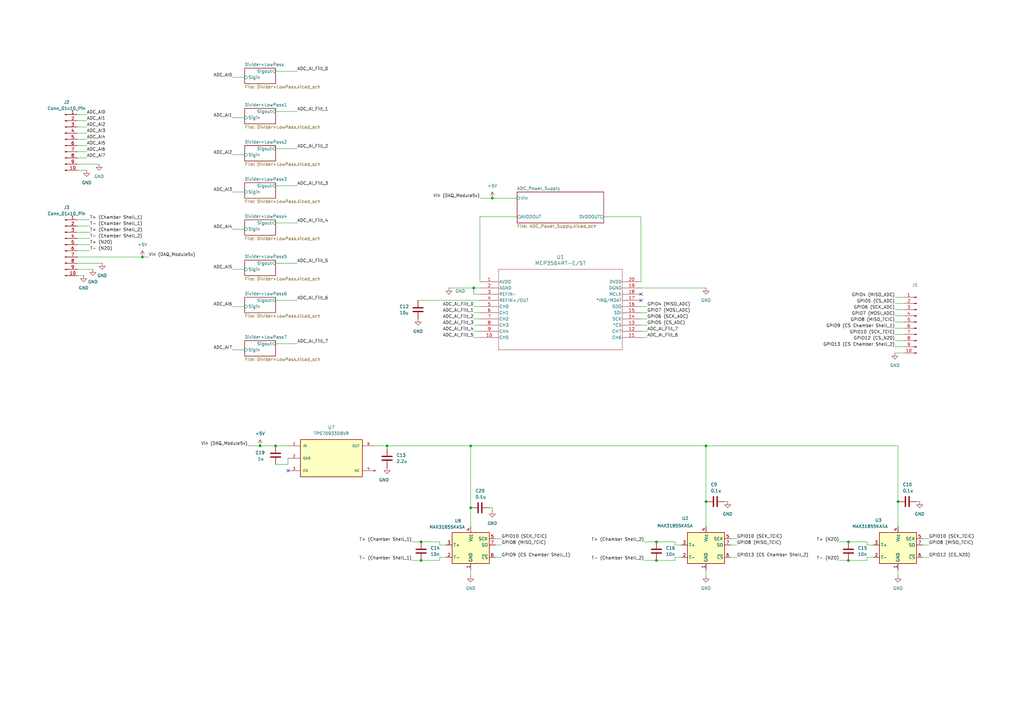
<source format=kicad_sch>
(kicad_sch (version 20250114) (generator "eeschema") (generator_version "9.0")
  (paper "A3")
  (lib_symbols
    (symbol "Connector:Conn_01x10_Pin" (pin_names (offset 1.016) (hide yes))
      (property "Reference" "J" (at 0 12.7 0))
      (property "Value" "Conn_01x10_Pin" (at 0 -15.24 0))
      (symbol "Conn_01x10_Pin_1_1"
        (rectangle (start 0.8636 10.287) (end 0 10.033) (stroke (width 0.1524)) (fill (type outline)))
        (rectangle (start 0.8636 7.747) (end 0 7.493) (stroke (width 0.1524)) (fill (type outline)))
        (rectangle (start 0.8636 5.207) (end 0 4.953) (stroke (width 0.1524)) (fill (type outline)))
        (rectangle (start 0.8636 2.667) (end 0 2.413) (stroke (width 0.1524)) (fill (type outline)))
        (rectangle (start 0.8636 0.127) (end 0 -0.127) (stroke (width 0.1524)) (fill (type outline)))
        (rectangle (start 0.8636 -2.413) (end 0 -2.667) (stroke (width 0.1524)) (fill (type outline)))
        (rectangle (start 0.8636 -4.953) (end 0 -5.207) (stroke (width 0.1524)) (fill (type outline)))
        (rectangle (start 0.8636 -7.493) (end 0 -7.747) (stroke (width 0.1524)) (fill (type outline)))
        (rectangle (start 0.8636 -10.033) (end 0 -10.287) (stroke (width 0.1524)) (fill (type outline)))
        (rectangle (start 0.8636 -12.573) (end 0 -12.827) (stroke (width 0.1524)) (fill (type outline)))
        (polyline (pts (xy 1.27 10.16) (xy 0.8636 10.16)) (stroke (width 0.1524)))
        (polyline (pts (xy 1.27 7.62) (xy 0.8636 7.62)) (stroke (width 0.1524)))
        (polyline (pts (xy 1.27 5.08) (xy 0.8636 5.08)) (stroke (width 0.1524)))
        (polyline (pts (xy 1.27 2.54) (xy 0.8636 2.54)) (stroke (width 0.1524)))
        (polyline (pts (xy 1.27 0) (xy 0.8636 0)) (stroke (width 0.1524)))
        (polyline (pts (xy 1.27 -2.54) (xy 0.8636 -2.54)) (stroke (width 0.1524)))
        (polyline (pts (xy 1.27 -5.08) (xy 0.8636 -5.08)) (stroke (width 0.1524)))
        (polyline (pts (xy 1.27 -7.62) (xy 0.8636 -7.62)) (stroke (width 0.1524)))
        (polyline (pts (xy 1.27 -10.16) (xy 0.8636 -10.16)) (stroke (width 0.1524)))
        (polyline (pts (xy 1.27 -12.7) (xy 0.8636 -12.7)) (stroke (width 0.1524)))
        (pin passive line (at 5.08 10.16 180) (length 3.81) (name "Pin_1") (number "1"))
        (pin passive line (at 5.08 7.62 180) (length 3.81) (name "Pin_2") (number "2"))
        (pin passive line (at 5.08 5.08 180) (length 3.81) (name "Pin_3") (number "3"))
        (pin passive line (at 5.08 2.54 180) (length 3.81) (name "Pin_4") (number "4"))
        (pin passive line (at 5.08 0 180) (length 3.81) (name "Pin_5") (number "5"))
        (pin passive line (at 5.08 -2.54 180) (length 3.81) (name "Pin_6") (number "6"))
        (pin passive line (at 5.08 -5.08 180) (length 3.81) (name "Pin_7") (number "7"))
        (pin passive line (at 5.08 -7.62 180) (length 3.81) (name "Pin_8") (number "8"))
        (pin passive line (at 5.08 -10.16 180) (length 3.81) (name "Pin_9") (number "9"))
        (pin passive line (at 5.08 -12.7 180) (length 3.81) (name "Pin_10") (number "10"))
      )
    )
    (symbol "Device:C" (pin_numbers (hide yes)) (pin_names (offset 0.254))
      (property "Reference" "C" (at 0.635 2.54 0))
      (property "Value" "C" (at 0.635 -2.54 0))
      (symbol "C_0_1"
        (polyline (pts (xy -2.032 0.762) (xy 2.032 0.762)) (stroke (width 0.508)))
        (polyline (pts (xy -2.032 -0.762) (xy 2.032 -0.762)) (stroke (width 0.508)))
      )
      (symbol "C_1_1"
        (pin passive line (at 0 3.81 270) (length 2.794) (name "~") (number "1"))
        (pin passive line (at 0 -3.81 90) (length 2.794) (name "~") (number "2"))
      )
    )
    (symbol "MCP3564RT-E/ST:MCP3564RT-E_ST" (pin_names (offset 0.254))
      (property "Reference" "U" (at 33.02 10.16 0))
      (property "Value" "MCP3564RT-E/ST" (at 33.02 7.62 0))
      (symbol "MCP3564RT-E_ST_0_1"
        (polyline (pts (xy 7.62 5.08) (xy 7.62 -27.94)) (stroke (width 0.127)))
        (polyline (pts (xy 7.62 -27.94) (xy 58.42 -27.94)) (stroke (width 0.127)))
        (polyline (pts (xy 58.42 5.08) (xy 7.62 5.08)) (stroke (width 0.127)))
        (polyline (pts (xy 58.42 -27.94) (xy 58.42 5.08)) (stroke (width 0.127)))
        (pin power_in line (at 0 0 0) (length 7.62) (name "AVDD") (number "1"))
        (pin power_out line (at 0 -2.54 0) (length 7.62) (name "AGND") (number "2"))
        (pin input line (at 0 -5.08 0) (length 7.62) (name "REFIN-") (number "3"))
        (pin bidirectional line (at 0 -7.62 0) (length 7.62) (name "REFIN+/OUT") (number "4"))
        (pin input line (at 0 -10.16 0) (length 7.62) (name "CH0") (number "5"))
        (pin input line (at 0 -12.7 0) (length 7.62) (name "CH1") (number "6"))
        (pin input line (at 0 -15.24 0) (length 7.62) (name "CH2") (number "7"))
        (pin input line (at 0 -17.78 0) (length 7.62) (name "CH3") (number "8"))
        (pin input line (at 0 -20.32 0) (length 7.62) (name "CH4") (number "9"))
        (pin input line (at 0 -22.86 0) (length 7.62) (name "CH5") (number "10"))
        (pin power_in line (at 66.04 0 180) (length 7.62) (name "DVDD") (number "20"))
        (pin power_out line (at 66.04 -2.54 180) (length 7.62) (name "DGND") (number "19"))
        (pin bidirectional line (at 66.04 -5.08 180) (length 7.62) (name "MCLK") (number "18"))
        (pin output line (at 66.04 -7.62 180) (length 7.62) (name "*IRQ/MDAT") (number "17"))
        (pin output line (at 66.04 -10.16 180) (length 7.62) (name "SDO") (number "16"))
        (pin input line (at 66.04 -12.7 180) (length 7.62) (name "SDI") (number "15"))
        (pin input line (at 66.04 -15.24 180) (length 7.62) (name "SCK") (number "14"))
        (pin input line (at 66.04 -17.78 180) (length 7.62) (name "*CS") (number "13"))
        (pin input line (at 66.04 -20.32 180) (length 7.62) (name "CH7") (number "12"))
        (pin input line (at 66.04 -22.86 180) (length 7.62) (name "CH6") (number "11"))
      )
    )
    (symbol "Sensor_Temperature:MAX31855KASA"
      (property "Reference" "U" (at -7.62 8.89 0))
      (property "Value" "MAX31855KASA" (at 1.27 8.89 0))
      (symbol "MAX31855KASA_0_1"
        (rectangle (start -7.62 7.62) (end 7.62 -5.08) (stroke (width 0.254)) (fill (type background)))
      )
      (symbol "MAX31855KASA_1_1"
        (pin passive line (at -10.16 2.54 0) (length 2.54) (name "T+") (number "3"))
        (pin passive line (at -10.16 -2.54 0) (length 2.54) (name "T-") (number "2"))
        (pin no_connect line (at -7.62 5.08 0) (length 2.54) (hide yes) (name "NC") (number "8"))
        (pin power_in line (at 0 10.16 270) (length 2.54) (name "V_{CC}") (number "4"))
        (pin power_in line (at 0 -7.62 90) (length 2.54) (name "GND") (number "1"))
        (pin input line (at 10.16 5.08 180) (length 2.54) (name "SCK") (number "5"))
        (pin tri_state line (at 10.16 2.54 180) (length 2.54) (name "SO") (number "7"))
        (pin input line (at 10.16 -2.54 180) (length 2.54) (name "~{CS}") (number "6"))
      )
    )
    (symbol "TPS70933DBVR_1" (pin_names (offset 1.016))
      (property "Reference" "U" (at -12.7 8.382 0))
      (property "Value" "TPS70933DBVR" (at -12.7 -10.16 0))
      (symbol "TPS70933DBVR_1_0_0"
        (rectangle (start -12.7 -7.62) (end 12.7 7.62) (stroke (width 0.254)) (fill (type background)))
        (pin input line (at -17.78 5.08 0) (length 5.08) (name "IN") (number "1"))
        (pin power_in line (at -17.78 0 0) (length 5.08) (name "GND") (number "2"))
        (pin input line (at -17.78 -5.08 0) (length 5.08) (name "EN") (number "3"))
        (pin output line (at 17.78 5.08 180) (length 5.08) (name "OUT") (number "5"))
        (pin no_connect line (at 17.78 -5.08 180) (length 5.08) (name "NC") (number "4"))
      )
    )
    (symbol "power:+5V" (power) (pin_numbers (hide yes)) (pin_names (offset 0) (hide yes))
      (property "Value" "+5V" (at 0 3.556 0))
      (symbol "+5V_0_1"
        (polyline (pts (xy -0.762 1.27) (xy 0 2.54)))
        (polyline (pts (xy 0 2.54) (xy 0.762 1.27)))
        (polyline (pts (xy 0 0) (xy 0 2.54)))
      )
      (symbol "+5V_1_1"
        (pin power_in line (at 0 0 90) (length 0) (name "~") (number "1"))
      )
    )
    (symbol "power:GND" (power) (pin_numbers (hide yes)) (pin_names (offset 0) (hide yes))
      (property "Value" "GND" (at 0 -3.81 0))
      (symbol "GND_0_1"
        (polyline (pts (xy 0 0) (xy 0 -1.27) (xy 1.27 -1.27) (xy 0 -2.54) (xy -1.27 -1.27) (xy 0 -1.27)))
      )
      (symbol "GND_1_1"
        (pin power_in line (at 0 0 270) (length 0) (name "~") (number "1"))
      )
    )
  )
  (junction (at 193.04 208.28))
  (junction (at 193.04 182.88))
  (junction (at 289.56 182.88))
  (junction (at 269.24 229.87))
  (junction (at 269.24 222.25))
  (junction (at 113.03 182.88))
  (junction (at 347.98 229.87))
  (junction (at 201.93 81.28))
  (junction (at 172.72 229.87))
  (junction (at 368.3 205.74))
  (junction (at 172.72 222.25))
  (junction (at 158.75 182.88))
  (junction (at 106.68 182.88))
  (junction (at 58.42 105.41))
  (junction (at 194.31 118.11))
  (junction (at 289.56 205.74))
  (junction (at 347.98 222.25))
  (no_connect (at 262.89 123.19))
  (no_connect (at 262.89 120.65))
  (no_connect (at 118.11 193.04))
  (wire (pts (xy 203.2 228.6) (xy 205.74 228.6)))
  (wire (pts (xy 193.04 182.88) (xy 193.04 208.28)))
  (wire (pts (xy 35.56 69.85) (xy 31.75 69.85)))
  (wire (pts (xy 367.03 129.54) (xy 370.84 129.54)))
  (wire (pts (xy 368.3 205.74) (xy 368.3 215.9)))
  (wire (pts (xy 355.6 228.6) (xy 355.6 229.87)))
  (wire (pts (xy 168.91 229.87) (xy 172.72 229.87)))
  (wire (pts (xy 196.85 88.9) (xy 196.85 115.57)))
  (wire (pts (xy 182.88 228.6) (xy 180.34 228.6)))
  (wire (pts (xy 299.72 220.98) (xy 302.26 220.98)))
  (wire (pts (xy 212.09 81.28) (xy 201.93 81.28)))
  (wire (pts (xy 193.04 208.28) (xy 193.04 215.9)))
  (wire (pts (xy 355.6 229.87) (xy 347.98 229.87)))
  (wire (pts (xy 378.46 223.52) (xy 381 223.52)))
  (wire (pts (xy 40.64 67.31) (xy 31.75 67.31)))
  (wire (pts (xy 367.03 132.08) (xy 370.84 132.08)))
  (wire (pts (xy 289.56 118.11) (xy 262.89 118.11)))
  (wire (pts (xy 298.45 205.74) (xy 297.18 205.74)))
  (wire (pts (xy 201.93 208.28) (xy 200.66 208.28)))
  (wire (pts (xy 276.86 223.52) (xy 276.86 222.25)))
  (wire (pts (xy 344.17 222.25) (xy 347.98 222.25)))
  (wire (pts (xy 279.4 228.6) (xy 276.86 228.6)))
  (wire (pts (xy 36.83 92.71) (xy 31.75 92.71)))
  (wire (pts (xy 118.11 190.5) (xy 118.11 187.96)))
  (wire (pts (xy 158.75 182.88) (xy 193.04 182.88)))
  (wire (pts (xy 279.4 223.52) (xy 276.86 223.52)))
  (wire (pts (xy 196.85 123.19) (xy 171.45 123.19)))
  (wire (pts (xy 201.93 208.28) (xy 201.93 209.55)))
  (wire (pts (xy 265.43 128.27) (xy 262.89 128.27)))
  (wire (pts (xy 367.03 134.62) (xy 370.84 134.62)))
  (wire (pts (xy 106.68 182.88) (xy 113.03 182.88)))
  (wire (pts (xy 201.93 81.28) (xy 196.85 81.28)))
  (wire (pts (xy 36.83 97.79) (xy 31.75 97.79)))
  (wire (pts (xy 113.03 182.88) (xy 118.11 182.88)))
  (wire (pts (xy 95.25 93.98) (xy 100.33 93.98)))
  (wire (pts (xy 194.31 130.81) (xy 196.85 130.81)))
  (wire (pts (xy 153.67 182.88) (xy 158.75 182.88)))
  (wire (pts (xy 35.56 62.23) (xy 31.75 62.23)))
  (wire (pts (xy 41.91 107.95) (xy 31.75 107.95)))
  (wire (pts (xy 95.25 48.26) (xy 100.33 48.26)))
  (wire (pts (xy 368.3 182.88) (xy 368.3 205.74)))
  (wire (pts (xy 377.19 205.74) (xy 375.92 205.74)))
  (wire (pts (xy 38.1 110.49) (xy 31.75 110.49)))
  (wire (pts (xy 194.31 135.89) (xy 196.85 135.89)))
  (wire (pts (xy 265.43 125.73) (xy 262.89 125.73)))
  (wire (pts (xy 95.25 143.51) (xy 100.33 143.51)))
  (wire (pts (xy 367.03 144.78) (xy 370.84 144.78)))
  (wire (pts (xy 262.89 138.43) (xy 265.43 138.43)))
  (wire (pts (xy 203.2 223.52) (xy 205.74 223.52)))
  (wire (pts (xy 113.03 76.2) (xy 121.92 76.2)))
  (wire (pts (xy 194.31 118.11) (xy 196.85 118.11)))
  (wire (pts (xy 194.31 120.65) (xy 196.85 120.65)))
  (wire (pts (xy 367.03 124.46) (xy 370.84 124.46)))
  (wire (pts (xy 355.6 222.25) (xy 347.98 222.25)))
  (wire (pts (xy 289.56 182.88) (xy 289.56 205.74)))
  (wire (pts (xy 34.29 113.03) (xy 31.75 113.03)))
  (wire (pts (xy 367.03 121.92) (xy 370.84 121.92)))
  (wire (pts (xy 358.14 228.6) (xy 355.6 228.6)))
  (wire (pts (xy 58.42 105.41) (xy 31.75 105.41)))
  (wire (pts (xy 113.03 29.21) (xy 121.92 29.21)))
  (wire (pts (xy 194.31 125.73) (xy 196.85 125.73)))
  (wire (pts (xy 289.56 182.88) (xy 368.3 182.88)))
  (wire (pts (xy 368.3 233.68) (xy 368.3 236.22)))
  (wire (pts (xy 194.31 133.35) (xy 196.85 133.35)))
  (wire (pts (xy 247.65 88.9) (xy 262.89 88.9)))
  (wire (pts (xy 35.56 54.61) (xy 31.75 54.61)))
  (wire (pts (xy 194.31 118.11) (xy 194.31 120.65)))
  (wire (pts (xy 182.88 223.52) (xy 180.34 223.52)))
  (wire (pts (xy 113.03 107.95) (xy 121.92 107.95)))
  (wire (pts (xy 113.03 123.19) (xy 121.92 123.19)))
  (wire (pts (xy 299.72 228.6) (xy 302.26 228.6)))
  (wire (pts (xy 113.03 60.96) (xy 121.92 60.96)))
  (wire (pts (xy 35.56 49.53) (xy 31.75 49.53)))
  (wire (pts (xy 113.03 190.5) (xy 118.11 190.5)))
  (wire (pts (xy 36.83 90.17) (xy 31.75 90.17)))
  (wire (pts (xy 180.34 228.6) (xy 180.34 229.87)))
  (wire (pts (xy 35.56 59.69) (xy 31.75 59.69)))
  (wire (pts (xy 180.34 229.87) (xy 172.72 229.87)))
  (wire (pts (xy 36.83 95.25) (xy 31.75 95.25)))
  (wire (pts (xy 36.83 102.87) (xy 31.75 102.87)))
  (wire (pts (xy 367.03 127) (xy 370.84 127)))
  (wire (pts (xy 158.75 182.88) (xy 158.75 184.15)))
  (wire (pts (xy 194.31 128.27) (xy 196.85 128.27)))
  (wire (pts (xy 95.25 125.73) (xy 100.33 125.73)))
  (wire (pts (xy 212.09 88.9) (xy 196.85 88.9)))
  (wire (pts (xy 184.15 118.11) (xy 194.31 118.11)))
  (wire (pts (xy 95.25 63.5) (xy 100.33 63.5)))
  (wire (pts (xy 101.6 182.88) (xy 106.68 182.88)))
  (wire (pts (xy 113.03 45.72) (xy 121.92 45.72)))
  (wire (pts (xy 168.91 222.25) (xy 172.72 222.25)))
  (wire (pts (xy 262.89 88.9) (xy 262.89 115.57)))
  (wire (pts (xy 262.89 135.89) (xy 265.43 135.89)))
  (wire (pts (xy 355.6 223.52) (xy 355.6 222.25)))
  (wire (pts (xy 264.16 229.87) (xy 269.24 229.87)))
  (wire (pts (xy 289.56 233.68) (xy 289.56 236.22)))
  (wire (pts (xy 95.25 78.74) (xy 100.33 78.74)))
  (wire (pts (xy 299.72 223.52) (xy 302.26 223.52)))
  (wire (pts (xy 367.03 142.24) (xy 370.84 142.24)))
  (wire (pts (xy 35.56 46.99) (xy 31.75 46.99)))
  (wire (pts (xy 35.56 57.15) (xy 31.75 57.15)))
  (wire (pts (xy 367.03 137.16) (xy 370.84 137.16)))
  (wire (pts (xy 113.03 91.44) (xy 121.92 91.44)))
  (wire (pts (xy 378.46 220.98) (xy 381 220.98)))
  (wire (pts (xy 95.25 31.75) (xy 100.33 31.75)))
  (wire (pts (xy 264.16 222.25) (xy 269.24 222.25)))
  (wire (pts (xy 36.83 100.33) (xy 31.75 100.33)))
  (wire (pts (xy 265.43 133.35) (xy 262.89 133.35)))
  (wire (pts (xy 194.31 138.43) (xy 196.85 138.43)))
  (wire (pts (xy 265.43 130.81) (xy 262.89 130.81)))
  (wire (pts (xy 60.96 105.41) (xy 58.42 105.41)))
  (wire (pts (xy 276.86 229.87) (xy 269.24 229.87)))
  (wire (pts (xy 378.46 228.6) (xy 381 228.6)))
  (wire (pts (xy 193.04 182.88) (xy 289.56 182.88)))
  (wire (pts (xy 180.34 223.52) (xy 180.34 222.25)))
  (wire (pts (xy 95.25 110.49) (xy 100.33 110.49)))
  (wire (pts (xy 367.03 139.7) (xy 370.84 139.7)))
  (wire (pts (xy 180.34 222.25) (xy 172.72 222.25)))
  (wire (pts (xy 35.56 64.77) (xy 31.75 64.77)))
  (wire (pts (xy 193.04 233.68) (xy 193.04 236.22)))
  (wire (pts (xy 289.56 205.74) (xy 289.56 215.9)))
  (wire (pts (xy 276.86 228.6) (xy 276.86 229.87)))
  (wire (pts (xy 113.03 140.97) (xy 121.92 140.97)))
  (wire (pts (xy 344.17 229.87) (xy 347.98 229.87)))
  (wire (pts (xy 276.86 222.25) (xy 269.24 222.25)))
  (wire (pts (xy 35.56 52.07) (xy 31.75 52.07)))
  (wire (pts (xy 203.2 220.98) (xy 205.74 220.98)))
  (wire (pts (xy 358.14 223.52) (xy 355.6 223.52)))
  (label "ADC_AI6" (at 95.25 125.73 180))
  (label "T+ (Chamber Shell_2)" (at 36.83 95.25 0))
  (label "Vin (DAQ_Module5v)" (at 101.6 182.88 180))
  (label "GPIO6 (SCK_ADC)" (at 367.03 127 180))
  (label "ADC_AI6" (at 35.56 62.23 0))
  (label "T+ (Chamber Shell_1)" (at 36.83 90.17 0))
  (label "T+ (N2O)" (at 36.83 100.33 0))
  (label "GPIO10 (SCK_TCIC)" (at 381 220.98 0))
  (label "GPIO7 (MOSI_ADC)" (at 367.03 129.54 180))
  (label "Vin (DAQ_Module5v)" (at 196.85 81.28 180))
  (label "ADC_AI3" (at 35.56 54.61 0))
  (label "ADC_AI_Filt_7" (at 265.43 135.89 0))
  (label "ADC_AI_Filt_3" (at 121.92 76.2 0))
  (label "GPIO10 (SCK_TCIC)" (at 302.26 220.98 0))
  (label "GPIO7 (MOSI_ADC)" (at 265.43 128.27 0))
  (label "T- (N2O)" (at 36.83 102.87 0))
  (label "GPIO5 (CS_ADC)" (at 265.43 133.35 0))
  (label "ADC_AI2" (at 35.56 52.07 0))
  (label "ADC_AI0" (at 35.56 46.99 0))
  (label "ADC_AI_Filt_6" (at 121.92 123.19 0))
  (label "GPIO6 (SCK_ADC)" (at 265.43 130.81 0))
  (label "ADC_AI_Filt_0" (at 121.92 29.21 0))
  (label "GPIO13 (CS Chamber Shell_2)" (at 302.26 228.6 0))
  (label "ADC_AI_Filt_5" (at 121.92 107.95 0))
  (label "ADC_AI_Filt_7" (at 121.92 140.97 0))
  (label "ADC_AI_Filt_2" (at 194.31 130.81 180))
  (label "GPIO8 (MISO_TCIC)" (at 367.03 132.08 180))
  (label "GPIO4 (MISO_ADC)" (at 367.03 121.92 180))
  (label "ADC_AI2" (at 95.25 63.5 180))
  (label "ADC_AI4" (at 95.25 93.98 180))
  (label "GPIO12 (CS_N20)" (at 381 228.6 0))
  (label "ADC_AI_Filt_1" (at 194.31 128.27 180))
  (label "ADC_AI_Filt_3" (at 194.31 133.35 180))
  (label "ADC_AI_Filt_1" (at 121.92 45.72 0))
  (label "ADC_AI_Filt_4" (at 121.92 91.44 0))
  (label "T- (Chamber Shell_2)" (at 264.16 229.87 180))
  (label "ADC_AI0" (at 95.25 31.75 180))
  (label "ADC_AI3" (at 95.25 78.74 180))
  (label "GPIO10 (SCK_TCIC)" (at 205.74 220.98 0))
  (label "ADC_AI5" (at 95.25 110.49 180))
  (label "T+ (Chamber Shell_1)" (at 168.91 222.25 180))
  (label "T- (Chamber Shell_1)" (at 168.91 229.87 180))
  (label "ADC_AI5" (at 35.56 59.69 0))
  (label "T- (Chamber Shell_2)" (at 36.83 97.79 0))
  (label "GPIO8 (MISO_TCIC)" (at 381 223.52 0))
  (label "ADC_AI4" (at 35.56 57.15 0))
  (label "T- (N2O)" (at 344.17 229.87 180))
  (label "ADC_AI7" (at 35.56 64.77 0))
  (label "GPIO8 (MISO_TCIC)" (at 205.74 223.52 0))
  (label "GPIO13 (CS Chamber Shell_2)" (at 367.03 142.24 180))
  (label "T+ (Chamber Shell_2)" (at 264.16 222.25 180))
  (label "T+ (N2O)" (at 344.17 222.25 180))
  (label "T- (Chamber Shell_1)" (at 36.83 92.71 0))
  (label "ADC_AI_Filt_6" (at 265.43 138.43 0))
  (label "GPIO9 (CS Chamber Shell_1)" (at 205.74 228.6 0))
  (label "GPIO8 (MISO_TCIC)" (at 302.26 223.52 0))
  (label "GPIO12 (CS_N20)" (at 367.03 139.7 180))
  (label "ADC_AI_Filt_2" (at 121.92 60.96 0))
  (label "ADC_AI7" (at 95.25 143.51 180))
  (label "GPIO5 (CS_ADC)" (at 367.03 124.46 180))
  (label "GPIO4 (MISO_ADC)" (at 265.43 125.73 0))
  (label "ADC_AI1" (at 35.56 49.53 0))
  (label "ADC_AI_Filt_0" (at 194.31 125.73 180))
  (label "GPIO9 (CS Chamber Shell_1)" (at 367.03 134.62 180))
  (label "ADC_AI_Filt_4" (at 194.31 135.89 180))
  (label "ADC_AI_Filt_5" (at 194.31 138.43 180))
  (label "GPIO10 (SCK_TCIC)" (at 367.03 137.16 180))
  (label "ADC_AI1" (at 95.25 48.26 180))
  (label "Vin (DAQ_Module5v)" (at 60.96 105.41 0))
  (symbol (lib_id "power:GND") (at 367.03 144.78 0) (mirror y) (unit 1)
    (property "Reference" "#PWR01" (effects (hide yes)))
    (property "Value" "GND" (at 367.03 149.86 0))
    (property "Description" "Power symbol creates a global label with name \"GND\" , ground" (effects (hide yes)))
  )
  (symbol (lib_id "power:+5V") (at 58.42 105.41 0) (unit 1)
    (property "Reference" "#PWR016" (effects (hide yes)))
    (property "Value" "+5V" (at 58.42 100.33 0))
    (property "Description" "Power symbol creates a global label with name \"+5V\"" (effects (hide yes)))
  )
  (symbol (lib_id "power:GND") (at 35.56 69.85 0) (unit 1)
    (property "Reference" "#PWR02" (effects (hide yes)))
    (property "Value" "GND" (at 35.56 74.93 0))
    (property "Description" "Power symbol creates a global label with name \"GND\" , ground" (effects (hide yes)))
  )
  (symbol (lib_id "Device:C") (at 372.11 205.74 90) (unit 1)
    (property "Reference" "C10" (at 370.205 198.7549 90) (effects (justify right)))
    (property "Value" "0.1u" (at 370.205 201.2949 90) (effects (justify right)))
    (property "Footprint" "Capacitor_SMD:C_0603_1608Metric" (effects (hide yes)))
    (property "Datasheet" "https://mm.digikey.com/Volume0/opasdata/d220001/medias/docus/609/CL10B104KB8NNNC_Spec.pdf" (effects (hide yes)))
    (property "Description" "Unpolarized capacitor" (effects (hide yes)))
    (property "DigiKey" "https://www.digikey.com/en/products/detail/samsung-electro-mechanics/CL10B104KB8NNNC/3886658" (effects (hide yes)))
  )
  (symbol (lib_id "power:+5V") (at 201.93 81.28 0) (unit 1)
    (property "Reference" "#PWR017" (effects (hide yes)))
    (property "Value" "+5V" (at 201.93 76.2 0))
    (property "Description" "Power symbol creates a global label with name \"+5V\"" (effects (hide yes)))
  )
  (symbol (lib_id "power:GND") (at 289.56 236.22 0) (unit 1)
    (property "Reference" "#PWR024" (effects (hide yes)))
    (property "Value" "GND" (at 289.56 241.3 0))
    (property "Description" "Power symbol creates a global label with name \"GND\" , ground" (effects (hide yes)))
  )
  (symbol (lib_id "Sensor_Temperature:MAX31855KASA") (at 193.04 226.06 0) (unit 1)
    (property "Reference" "U8" (at 186.436 213.614 0) (effects (justify left)))
    (property "Value" "MAX31855KASA" (at 176.022 216.154 0) (effects (justify left)))
    (property "Footprint" "Package_SO:SOIC-8_3.9x4.9mm_P1.27mm" (effects (hide yes)))
    (property "Datasheet" "http://datasheets.maximintegrated.com/en/ds/MAX31855.pdf" (effects (hide yes)))
    (property "Description" "Cold Junction K-type Thermocouple Interface, SPI, SOIC-8" (effects (hide yes)))
    (property "DigiKey" "https://www.digikey.com/en/products/detail/analog-devices-inc-maxim-integrated/MAX31855KASA/2591564" (effects (hide yes)))
  )
  (symbol (lib_name "TPS70933DBVR_1") (lib_id "TPS70933DBVR:TPS70933DBVR") (at 135.89 187.96 0) (unit 1)
    (property "Reference" "U7" (at 135.89 175.26 0))
    (property "Value" "TPS70933DBVR" (at 135.89 177.8 0))
    (property "Footprint" "TPS70933DBVR:DBV5_TEX" (effects (hide yes)))
    (property "Datasheet" "https://www.ti.com/lit/ds/symlink/tps709.pdf?HQS=dis-dk-null-digikeymode-dsf-pf-null-wwe&ts=1761222823656" (effects (hide yes)))
    (property "MAXIMUM_PACKAGE_HEIGHT" "1.45mm" (effects (hide yes)))
    (property "CREATOR" "ANA" (effects (hide yes)))
    (property "STANDARD" "IPC-7351B" (effects (hide yes)))
    (property "PARTREV" "H" (effects (hide yes)))
    (property "VERIFIER" "RODRIGO" (effects (hide yes)))
    (property "MANUFACTURER" "Texas Instruments" (effects (hide yes)))
    (property "DigiKey" "https://www.digikey.com/en/products/detail/texas-instruments/TPS70933DBVR/3767568?msockid=128e8e655193667d39a29db6508167d6" (effects (hide yes)))
  )
  (symbol (lib_id "Device:C") (at 293.37 205.74 90) (unit 1)
    (property "Reference" "C9" (at 291.465 198.7549 90) (effects (justify right)))
    (property "Value" "0.1u" (at 291.465 201.2949 90) (effects (justify right)))
    (property "Footprint" "Capacitor_SMD:C_0603_1608Metric" (effects (hide yes)))
    (property "Datasheet" "https://mm.digikey.com/Volume0/opasdata/d220001/medias/docus/609/CL10B104KB8NNNC_Spec.pdf" (effects (hide yes)))
    (property "Description" "Unpolarized capacitor" (effects (hide yes)))
    (property "DigiKey" "https://www.digikey.com/en/products/detail/samsung-electro-mechanics/CL10B104KB8NNNC/3886658" (effects (hide yes)))
  )
  (symbol (lib_id "Connector:Conn_01x10_Pin") (at 26.67 57.15 0) (unit 1)
    (property "Reference" "J2" (at 27.305 41.91 0))
    (property "Value" "Conn_01x10_Pin" (at 27.305 44.45 0))
    (property "Footprint" "Connector_PinHeader_2.54mm:PinHeader_1x10_P2.54mm_Vertical" (effects (hide yes)))
    (property "Description" "Generic connector, single row, 01x10, script generated" (effects (hide yes)))
  )
  (symbol (lib_id "Sensor_Temperature:MAX31855KASA") (at 368.3 226.06 0) (unit 1)
    (property "Reference" "U3" (at 358.902 213.36 0) (effects (justify left)))
    (property "Value" "MAX31855KASA" (at 349.504 215.9 0) (effects (justify left)))
    (property "Footprint" "Package_SO:SOIC-8_3.9x4.9mm_P1.27mm" (effects (hide yes)))
    (property "Datasheet" "http://datasheets.maximintegrated.com/en/ds/MAX31855.pdf" (effects (hide yes)))
    (property "Description" "Cold Junction K-type Thermocouple Interface, SPI, SOIC-8" (effects (hide yes)))
    (property "DigiKey" "https://www.digikey.com/en/products/detail/analog-devices-inc-maxim-integrated/MAX31855KASA/2591564" (effects (hide yes)))
  )
  (symbol (lib_id "power:GND") (at 368.3 236.22 0) (unit 1)
    (property "Reference" "#PWR025" (effects (hide yes)))
    (property "Value" "GND" (at 368.3 241.3 0))
    (property "Description" "Power symbol creates a global label with name \"GND\" , ground" (effects (hide yes)))
  )
  (symbol (lib_id "power:GND") (at 41.91 107.95 0) (unit 1)
    (property "Reference" "#PWR06" (effects (hide yes)))
    (property "Value" "GND" (at 41.91 113.03 0))
    (property "Description" "Power symbol creates a global label with name \"GND\" , ground" (effects (hide yes)))
  )
  (symbol (lib_id "power:+5V") (at 106.68 182.88 0) (unit 1)
    (property "Reference" "#PWR014" (effects (hide yes)))
    (property "Value" "+5V" (at 106.68 177.8 0))
    (property "Description" "Power symbol creates a global label with name \"+5V\"" (effects (hide yes)))
  )
  (symbol (lib_id "power:GND") (at 184.15 118.11 0) (unit 1)
    (property "Reference" "#PWR018" (effects (hide yes)))
    (property "Value" "GND" (at 186.69 119.3799 0) (effects (justify left)))
    (property "Description" "Power symbol creates a global label with name \"GND\" , ground" (effects (hide yes)))
  )
  (symbol (lib_id "power:GND") (at 38.1 110.49 0) (unit 1)
    (property "Reference" "#PWR07" (effects (hide yes)))
    (property "Value" "GND" (at 38.1 115.57 0))
    (property "Description" "Power symbol creates a global label with name \"GND\" , ground" (effects (hide yes)))
  )
  (symbol (lib_id "power:GND") (at 298.45 205.74 0) (unit 1)
    (property "Reference" "#PWR023" (effects (hide yes)))
    (property "Value" "GND" (at 298.45 210.82 0))
    (property "Description" "Power symbol creates a global label with name \"GND\" , ground" (effects (hide yes)))
  )
  (symbol (lib_id "power:GND") (at 377.19 205.74 0) (unit 1)
    (property "Reference" "#PWR013" (effects (hide yes)))
    (property "Value" "GND" (at 377.19 210.82 0))
    (property "Description" "Power symbol creates a global label with name \"GND\" , ground" (effects (hide yes)))
  )
  (symbol (lib_id "Device:C") (at 269.24 226.06 0) (unit 1)
    (property "Reference" "C16" (at 273.05 224.79 0) (effects (justify left)))
    (property "Value" "10n" (at 273.05 227.33 0) (effects (justify left)))
    (property "Footprint" "Capacitor_SMD:C_0603_1608Metric" (effects (hide yes)))
    (property "Datasheet" "https://search.murata.co.jp/Ceramy/image/img/A01X/G101/ENG/GRM1885C1H103JA01-01.pdf" (effects (hide yes)))
    (property "DigiKey" "https://www.digikey.com/en/products/detail/murata-electronics/GRM1885C1H103JA01D/4421555" (effects (hide yes)))
  )
  (symbol (lib_id "power:GND") (at 289.56 118.11 0) (mirror y) (unit 1)
    (property "Reference" "#PWR019" (effects (hide yes)))
    (property "Value" "GND" (at 289.56 123.19 0))
    (property "Description" "Power symbol creates a global label with name \"GND\" , ground" (effects (hide yes)))
  )
  (symbol (lib_id "Device:C") (at 196.85 208.28 90) (unit 1)
    (property "Reference" "C20" (at 194.945 201.2949 90) (effects (justify right)))
    (property "Value" "0.1u" (at 194.945 203.8349 90) (effects (justify right)))
    (property "Footprint" "Capacitor_SMD:C_0603_1608Metric" (effects (hide yes)))
    (property "Datasheet" "https://mm.digikey.com/Volume0/opasdata/d220001/medias/docus/609/CL10B104KB8NNNC_Spec.pdf" (effects (hide yes)))
    (property "Description" "Unpolarized capacitor" (effects (hide yes)))
    (property "DigiKey" "https://www.digikey.com/en/products/detail/samsung-electro-mechanics/CL10B104KB8NNNC/3886658" (effects (hide yes)))
  )
  (symbol (lib_id "power:GND") (at 193.04 236.22 0) (unit 1)
    (property "Reference" "#PWR08" (effects (hide yes)))
    (property "Value" "GND" (at 193.04 241.3 0))
    (property "Description" "Power symbol creates a global label with name \"GND\" , ground" (effects (hide yes)))
  )
  (symbol (lib_id "power:GND") (at 34.29 113.03 0) (unit 1)
    (property "Reference" "#PWR03" (effects (hide yes)))
    (property "Value" "GND" (at 34.29 118.11 0))
    (property "Description" "Power symbol creates a global label with name \"GND\" , ground" (effects (hide yes)))
  )
  (symbol (lib_id "power:GND") (at 158.75 191.77 0) (mirror y) (unit 1)
    (property "Reference" "#PWR05" (effects (hide yes)))
    (property "Value" "GND" (at 157.48 196.85 0))
    (property "Description" "Power symbol creates a global label with name \"GND\" , ground" (effects (hide yes)))
  )
  (symbol (lib_id "Device:C") (at 113.03 186.69 180) (unit 1)
    (property "Reference" "C19" (at 106.68 185.674 0))
    (property "Value" "1u" (at 106.934 188.214 0))
    (property "Footprint" "Capacitor_SMD:C_0805_2012Metric" (effects (hide yes)))
    (property "Datasheet" "https://mm.digikey.com/Volume0/opasdata/d220001/medias/docus/3713/CL21Y105KCYVPNE_DS.pdf" (effects (hide yes)))
    (property "Description" "Unpolarized capacitor" (effects (hide yes)))
    (property "DigiKey" "https://www.digikey.com/en/products/detail/samsung-electro-mechanics/CL21Y105KCYVPNE/14565404" (effects (hide yes)))
  )
  (symbol (lib_id "power:GND") (at 201.93 209.55 0) (unit 1)
    (property "Reference" "#PWR022" (effects (hide yes)))
    (property "Value" "GND" (at 201.93 214.63 0))
    (property "Description" "Power symbol creates a global label with name \"GND\" , ground" (effects (hide yes)))
  )
  (symbol (lib_id "power:GND") (at 40.64 67.31 0) (unit 1)
    (property "Reference" "#PWR04" (effects (hide yes)))
    (property "Value" "GND" (at 40.64 72.39 0))
    (property "Description" "Power symbol creates a global label with name \"GND\" , ground" (effects (hide yes)))
  )
  (symbol (lib_id "Device:C") (at 347.98 226.06 0) (unit 1)
    (property "Reference" "C15" (at 351.79 224.79 0) (effects (justify left)))
    (property "Value" "10n" (at 351.79 227.33 0) (effects (justify left)))
    (property "Footprint" "Capacitor_SMD:C_0603_1608Metric" (effects (hide yes)))
    (property "Datasheet" "https://search.murata.co.jp/Ceramy/image/img/A01X/G101/ENG/GRM1885C1H103JA01-01.pdf" (effects (hide yes)))
    (property "DigiKey" "https://www.digikey.com/en/products/detail/murata-electronics/GRM1885C1H103JA01D/4421555" (effects (hide yes)))
  )
  (symbol (lib_id "Device:C") (at 158.75 187.96 0) (unit 1)
    (property "Reference" "C13" (at 162.56 186.6899 0) (effects (justify left)))
    (property "Value" "2.2u" (at 162.56 189.2299 0) (effects (justify left)))
    (property "Footprint" "Capacitor_SMD:C_1206_3216Metric" (effects (hide yes)))
    (property "Datasheet" "https://mm.digikey.com/Volume0/opasdata/d220001/medias/docus/503/CL31B225KBHNNNE_Character.pdf" (effects (hide yes)))
    (property "Description" "Unpolarized capacitor" (effects (hide yes)))
    (property "DigiKey" "https://www.digikey.com/en/products/detail/samsung-electro-mechanics/CL31B225KBHNNNE/3886949" (effects (hide yes)))
  )
  (symbol (lib_id "power:GND") (at 171.45 130.81 0) (mirror y) (unit 1)
    (property "Reference" "#PWR015" (effects (hide yes)))
    (property "Value" "GND" (at 171.45 135.89 0))
    (property "Description" "Power symbol creates a global label with name \"GND\" , ground" (effects (hide yes)))
  )
  (symbol (lib_id "Connector:Conn_01x10_Pin") (at 375.92 132.08 0) (mirror y) (unit 1)
    (property "Reference" "J1" (at 375.285 116.84 0))
    (property "Value" "Conn_01x10_Pin" (effects (hide yes)))
    (property "Footprint" "Connector_PinHeader_2.54mm:PinHeader_1x10_P2.54mm_Vertical" (effects (hide yes)))
    (property "Description" "Generic connector, single row, 01x10, script generated" (effects (hide yes)))
  )
  (symbol (lib_id "MCP3564RT-E/ST:MCP3564RT-E_ST") (at 196.85 115.57 0) (unit 1)
    (property "Reference" "U1" (at 229.87 105.41 0) (effects (font (size 1.524 1.524))))
    (property "Value" "MCP3564RT-E/ST" (at 229.87 107.95 0) (effects (font (size 1.524 1.524))))
    (property "Footprint" "MCP3564:TSSOP20_ST_MCH" (effects (hide yes)))
    (property "Datasheet" "https://ww1.microchip.com/downloads/aemDocuments/documents/APID/ProductDocuments/DataSheets/MCP3561_2_4R-Data-Sheet-DS200006391C.pdf" (effects (hide yes)))
    (property "DigiKey" "https://www.digikey.com/en/products/detail/microchip-technology/MCP3564RT-E-ST/12807301?s=N4IgTCBcDaILIGEAKBmArANgCwCUAqAtAKID0AyniALoC%2BQA" (effects (hide yes)))
  )
  (symbol (lib_id "Connector:Conn_01x10_Pin") (at 26.67 100.33 0) (unit 1)
    (property "Reference" "J3" (at 27.305 85.09 0))
    (property "Value" "Conn_01x10_Pin" (at 27.305 87.63 0))
    (property "Footprint" "Connector_PinHeader_2.54mm:PinHeader_1x10_P2.54mm_Vertical" (effects (hide yes)))
    (property "Description" "Generic connector, single row, 01x10, script generated" (effects (hide yes)))
  )
  (symbol (lib_id "Device:C") (at 171.45 127 180) (unit 1)
    (property "Reference" "C12" (at 163.83 125.7299 0) (effects (justify right)))
    (property "Value" "10u" (at 163.83 128.2699 0) (effects (justify right)))
    (property "Footprint" "Capacitor_SMD:C_0805_2012Metric" (effects (hide yes)))
    (property "Datasheet" "https://mm.digikey.com/Volume0/opasdata/d220001/medias/docus/5545/CL21A106KAYNNNE%20Spec.pdf" (effects (hide yes)))
    (property "Description" "Unpolarized capacitor" (effects (hide yes)))
    (property "DigiKey" "https://www.digikey.com/en/products/detail/samsung-electro-mechanics/CL21A106KAYNNNE/3888549" (effects (hide yes)))
  )
  (symbol (lib_id "Device:C") (at 172.72 226.06 0) (unit 1)
    (property "Reference" "C14" (at 176.53 224.79 0) (effects (justify left)))
    (property "Value" "10n" (at 176.53 227.33 0) (effects (justify left)))
    (property "Footprint" "Capacitor_SMD:C_0603_1608Metric" (effects (hide yes)))
    (property "Datasheet" "https://search.murata.co.jp/Ceramy/image/img/A01X/G101/ENG/GRM1885C1H103JA01-01.pdf" (effects (hide yes)))
    (property "DigiKey" "https://www.digikey.com/en/products/detail/murata-electronics/GRM1885C1H103JA01D/4421555" (effects (hide yes)))
  )
  (symbol (lib_id "Sensor_Temperature:MAX31855KASA") (at 289.56 226.06 0) (unit 1)
    (property "Reference" "U2" (at 279.654 212.598 0) (effects (justify left)))
    (property "Value" "MAX31855KASA" (at 269.494 215.646 0) (effects (justify left)))
    (property "Footprint" "Package_SO:SOIC-8_3.9x4.9mm_P1.27mm" (effects (hide yes)))
    (property "Datasheet" "http://datasheets.maximintegrated.com/en/ds/MAX31855.pdf" (effects (hide yes)))
    (property "Description" "Cold Junction K-type Thermocouple Interface, SPI, SOIC-8" (effects (hide yes)))
    (property "DigiKey" "https://www.digikey.com/en/products/detail/analog-devices-inc-maxim-integrated/MAX31855KASA/2591564" (effects (hide yes)))
  )
  (sheet (at 100.33 27.94) (size 12.7 6.35) (stroke (width 0.1524))
    (property "Sheetname" "Divider+LowPass" (at 100.33 27.2284 0) (effects (justify left bottom)))
    (property "Sheetfile" "Divider+LowPass.kicad_sch" (at 100.33 34.8746 0) (effects (justify left top)))
    (pin "Sigout" input (at 113.03 29.21 0))
    (pin "Sigin" input (at 100.33 31.75 180))
  )
  (sheet (at 100.33 44.45) (size 12.7 6.35) (stroke (width 0.1524))
    (property "Sheetname" "Divider+LowPass1" (at 100.33 43.7384 0) (effects (justify left bottom)))
    (property "Sheetfile" "Divider+LowPass.kicad_sch" (at 100.33 51.3846 0) (effects (justify left top)))
    (pin "Sigout" input (at 113.03 45.72 0))
    (pin "Sigin" input (at 100.33 48.26 180))
  )
  (sheet (at 100.33 90.17) (size 12.7 6.35) (stroke (width 0.1524))
    (property "Sheetname" "Divider+LowPass4" (at 100.33 89.4584 0) (effects (justify left bottom)))
    (property "Sheetfile" "Divider+LowPass.kicad_sch" (at 100.33 97.1046 0) (effects (justify left top)))
    (pin "Sigout" input (at 113.03 91.44 0))
    (pin "Sigin" input (at 100.33 93.98 180))
  )
  (sheet (at 100.33 121.92) (size 12.7 6.35) (stroke (width 0.1524))
    (property "Sheetname" "Divider+LowPass6" (at 100.33 121.2084 0) (effects (justify left bottom)))
    (property "Sheetfile" "Divider+LowPass.kicad_sch" (at 100.33 128.8546 0) (effects (justify left top)))
    (pin "Sigout" input (at 113.03 123.19 0))
    (pin "Sigin" input (at 100.33 125.73 180))
  )
  (sheet (at 100.33 59.69) (size 12.7 6.35) (stroke (width 0.1524))
    (property "Sheetname" "Divider+LowPass2" (at 100.33 58.9784 0) (effects (justify left bottom)))
    (property "Sheetfile" "Divider+LowPass.kicad_sch" (at 100.33 66.6246 0) (effects (justify left top)))
    (pin "Sigout" input (at 113.03 60.96 0))
    (pin "Sigin" input (at 100.33 63.5 180))
  )
  (sheet (at 212.09 78.74) (size 35.56 12.7) (stroke (width 0.1524))
    (property "Sheetname" "ADC_Power_Supply" (at 212.09 78.0284 0) (effects (justify left bottom)))
    (property "Sheetfile" "ADC_Power_Supply.kicad_sch" (at 212.09 92.0246 0) (effects (justify left top)))
    (pin "DVDDOUT" output (at 247.65 88.9 0))
    (pin "AVDDOUT" output (at 212.09 88.9 180))
    (pin "Vin" input (at 212.09 81.28 180))
  )
  (sheet (at 100.33 106.68) (size 12.7 6.35) (stroke (width 0.1524))
    (property "Sheetname" "Divider+LowPass5" (at 100.33 105.9684 0) (effects (justify left bottom)))
    (property "Sheetfile" "Divider+LowPass.kicad_sch" (at 100.33 113.6146 0) (effects (justify left top)))
    (pin "Sigout" input (at 113.03 107.95 0))
    (pin "Sigin" input (at 100.33 110.49 180))
  )
  (sheet (at 100.33 139.7) (size 12.7 6.35) (stroke (width 0.1524))
    (property "Sheetname" "Divider+LowPass7" (at 100.33 138.9884 0) (effects (justify left bottom)))
    (property "Sheetfile" "Divider+LowPass.kicad_sch" (at 100.33 146.6346 0) (effects (justify left top)))
    (pin "Sigout" input (at 113.03 140.97 0))
    (pin "Sigin" input (at 100.33 143.51 180))
  )
  (sheet (at 100.33 74.93) (size 12.7 6.35) (stroke (width 0.1524))
    (property "Sheetname" "Divider+LowPass3" (at 100.33 74.2184 0) (effects (justify left bottom)))
    (property "Sheetfile" "Divider+LowPass.kicad_sch" (at 100.33 81.8646 0) (effects (justify left top)))
    (pin "Sigout" input (at 113.03 76.2 0))
    (pin "Sigin" input (at 100.33 78.74 180))
  )
)
</source>
